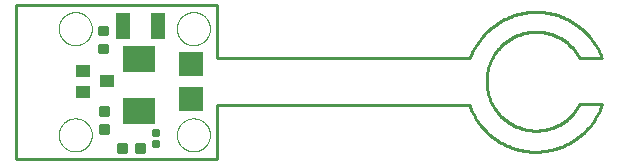
<source format=gtp>
G75*
%MOIN*%
%OFA0B0*%
%FSLAX25Y25*%
%IPPOS*%
%LPD*%
%AMOC8*
5,1,8,0,0,1.08239X$1,22.5*
%
%ADD10C,0.01000*%
%ADD11C,0.00000*%
%ADD12C,0.01250*%
%ADD13R,0.04500X0.09000*%
%ADD14R,0.10799X0.08500*%
%ADD15R,0.04500X0.04000*%
%ADD16C,0.00875*%
%ADD17R,0.07874X0.07874*%
D10*
X0024642Y0084477D02*
X0024642Y0135658D01*
X0091571Y0135658D01*
X0091571Y0117942D01*
X0175823Y0117942D01*
X0175823Y0102194D02*
X0091571Y0102194D01*
X0091571Y0084477D01*
X0024642Y0084477D01*
X0175744Y0102233D02*
X0175944Y0101697D01*
X0176157Y0101167D01*
X0176383Y0100642D01*
X0176622Y0100123D01*
X0176874Y0099610D01*
X0177138Y0099103D01*
X0177414Y0098603D01*
X0177703Y0098109D01*
X0178003Y0097623D01*
X0178315Y0097144D01*
X0178639Y0096673D01*
X0178974Y0096210D01*
X0179321Y0095756D01*
X0179678Y0095310D01*
X0180046Y0094872D01*
X0180425Y0094444D01*
X0180814Y0094026D01*
X0181213Y0093617D01*
X0181622Y0093217D01*
X0182041Y0092828D01*
X0182469Y0092450D01*
X0182906Y0092081D01*
X0183352Y0091724D01*
X0183807Y0091378D01*
X0184270Y0091042D01*
X0184741Y0090719D01*
X0185219Y0090406D01*
X0185705Y0090106D01*
X0186199Y0089817D01*
X0186699Y0089541D01*
X0187206Y0089277D01*
X0187719Y0089025D01*
X0188238Y0088786D01*
X0188763Y0088560D01*
X0189294Y0088347D01*
X0189829Y0088146D01*
X0190369Y0087959D01*
X0190913Y0087785D01*
X0191462Y0087624D01*
X0192014Y0087477D01*
X0192570Y0087343D01*
X0193128Y0087223D01*
X0193690Y0087117D01*
X0194254Y0087024D01*
X0194820Y0086945D01*
X0195388Y0086880D01*
X0195957Y0086829D01*
X0196527Y0086792D01*
X0197099Y0086769D01*
X0197670Y0086759D01*
X0198242Y0086764D01*
X0198813Y0086782D01*
X0199383Y0086815D01*
X0199953Y0086861D01*
X0200521Y0086921D01*
X0201088Y0086996D01*
X0201653Y0087084D01*
X0202215Y0087185D01*
X0202775Y0087301D01*
X0203332Y0087430D01*
X0203885Y0087572D01*
X0204435Y0087728D01*
X0204981Y0087898D01*
X0205523Y0088081D01*
X0206059Y0088276D01*
X0206591Y0088485D01*
X0207118Y0088707D01*
X0207639Y0088942D01*
X0208155Y0089189D01*
X0208664Y0089449D01*
X0209166Y0089721D01*
X0209662Y0090006D01*
X0210151Y0090302D01*
X0210632Y0090610D01*
X0211106Y0090930D01*
X0211572Y0091261D01*
X0212029Y0091604D01*
X0212478Y0091958D01*
X0212918Y0092322D01*
X0213349Y0092697D01*
X0213771Y0093083D01*
X0214184Y0093479D01*
X0214586Y0093884D01*
X0214979Y0094300D01*
X0215361Y0094725D01*
X0215733Y0095159D01*
X0216094Y0095602D01*
X0216444Y0096053D01*
X0216783Y0096514D01*
X0217111Y0096982D01*
X0217427Y0097458D01*
X0217732Y0097942D01*
X0218024Y0098433D01*
X0218305Y0098931D01*
X0218573Y0099435D01*
X0218829Y0099946D01*
X0219072Y0100464D01*
X0219303Y0100987D01*
X0219520Y0101515D01*
X0219725Y0102049D01*
X0219917Y0102587D01*
X0219839Y0102587D02*
X0212437Y0102548D01*
X0219917Y0117942D02*
X0219714Y0118477D01*
X0219497Y0119008D01*
X0219268Y0119532D01*
X0219026Y0120052D01*
X0218771Y0120565D01*
X0218504Y0121071D01*
X0218225Y0121571D01*
X0217933Y0122065D01*
X0217630Y0122550D01*
X0217315Y0123029D01*
X0216988Y0123499D01*
X0216650Y0123961D01*
X0216300Y0124415D01*
X0215940Y0124861D01*
X0215569Y0125297D01*
X0215187Y0125724D01*
X0214796Y0126142D01*
X0214394Y0126550D01*
X0213982Y0126948D01*
X0213560Y0127336D01*
X0213130Y0127714D01*
X0212690Y0128081D01*
X0212241Y0128437D01*
X0211784Y0128782D01*
X0211319Y0129116D01*
X0210845Y0129438D01*
X0210364Y0129749D01*
X0209875Y0130047D01*
X0209380Y0130334D01*
X0208877Y0130609D01*
X0208368Y0130871D01*
X0207852Y0131121D01*
X0207331Y0131358D01*
X0206804Y0131583D01*
X0206272Y0131794D01*
X0205734Y0131993D01*
X0205192Y0132178D01*
X0204646Y0132350D01*
X0204095Y0132509D01*
X0203541Y0132654D01*
X0202984Y0132785D01*
X0202423Y0132903D01*
X0201860Y0133007D01*
X0201295Y0133098D01*
X0200727Y0133175D01*
X0200158Y0133237D01*
X0199587Y0133286D01*
X0199015Y0133321D01*
X0198443Y0133342D01*
X0197870Y0133349D01*
X0197297Y0133342D01*
X0196725Y0133321D01*
X0196153Y0133286D01*
X0195582Y0133237D01*
X0195013Y0133175D01*
X0194445Y0133098D01*
X0193880Y0133007D01*
X0193317Y0132903D01*
X0192756Y0132785D01*
X0192199Y0132654D01*
X0191645Y0132509D01*
X0191094Y0132350D01*
X0190548Y0132178D01*
X0190006Y0131993D01*
X0189468Y0131794D01*
X0188936Y0131583D01*
X0188409Y0131358D01*
X0187888Y0131121D01*
X0187372Y0130871D01*
X0186863Y0130609D01*
X0186360Y0130334D01*
X0185865Y0130047D01*
X0185376Y0129749D01*
X0184895Y0129438D01*
X0184421Y0129116D01*
X0183956Y0128782D01*
X0183499Y0128437D01*
X0183050Y0128081D01*
X0182610Y0127714D01*
X0182180Y0127336D01*
X0181758Y0126948D01*
X0181346Y0126550D01*
X0180944Y0126142D01*
X0180553Y0125724D01*
X0180171Y0125297D01*
X0179800Y0124861D01*
X0179440Y0124415D01*
X0179090Y0123961D01*
X0178752Y0123499D01*
X0178425Y0123029D01*
X0178110Y0122550D01*
X0177807Y0122065D01*
X0177515Y0121571D01*
X0177236Y0121071D01*
X0176969Y0120565D01*
X0176714Y0120052D01*
X0176472Y0119532D01*
X0176243Y0119008D01*
X0176026Y0118477D01*
X0175823Y0117942D01*
X0212437Y0117942D02*
X0212244Y0118296D01*
X0212044Y0118646D01*
X0211834Y0118990D01*
X0211616Y0119330D01*
X0211390Y0119663D01*
X0211156Y0119992D01*
X0210914Y0120314D01*
X0210664Y0120630D01*
X0210406Y0120940D01*
X0210141Y0121244D01*
X0209869Y0121541D01*
X0209589Y0121832D01*
X0209303Y0122115D01*
X0209009Y0122391D01*
X0208709Y0122661D01*
X0208402Y0122922D01*
X0208089Y0123176D01*
X0207770Y0123423D01*
X0207445Y0123661D01*
X0207114Y0123891D01*
X0206778Y0124114D01*
X0206436Y0124328D01*
X0206089Y0124533D01*
X0205737Y0124730D01*
X0205381Y0124918D01*
X0205020Y0125098D01*
X0204655Y0125268D01*
X0204285Y0125430D01*
X0203912Y0125582D01*
X0203535Y0125726D01*
X0203155Y0125860D01*
X0202772Y0125985D01*
X0202385Y0126100D01*
X0201996Y0126206D01*
X0201605Y0126302D01*
X0201211Y0126388D01*
X0200815Y0126465D01*
X0200418Y0126533D01*
X0200019Y0126590D01*
X0199618Y0126638D01*
X0199217Y0126676D01*
X0198815Y0126704D01*
X0198412Y0126722D01*
X0198009Y0126730D01*
X0197606Y0126729D01*
X0197203Y0126717D01*
X0196800Y0126696D01*
X0196398Y0126665D01*
X0195997Y0126624D01*
X0195597Y0126573D01*
X0195199Y0126513D01*
X0194802Y0126443D01*
X0194407Y0126363D01*
X0194014Y0126273D01*
X0193623Y0126174D01*
X0193235Y0126065D01*
X0192849Y0125947D01*
X0192467Y0125819D01*
X0192088Y0125682D01*
X0191712Y0125536D01*
X0191340Y0125381D01*
X0190972Y0125216D01*
X0190608Y0125043D01*
X0190248Y0124861D01*
X0189893Y0124670D01*
X0189543Y0124470D01*
X0189198Y0124262D01*
X0188858Y0124046D01*
X0188523Y0123821D01*
X0188194Y0123588D01*
X0187871Y0123347D01*
X0187553Y0123098D01*
X0187242Y0122842D01*
X0186937Y0122578D01*
X0186639Y0122307D01*
X0186348Y0122028D01*
X0186063Y0121742D01*
X0185786Y0121450D01*
X0185516Y0121151D01*
X0185253Y0120845D01*
X0184998Y0120533D01*
X0184750Y0120215D01*
X0184510Y0119891D01*
X0184279Y0119561D01*
X0184055Y0119225D01*
X0183840Y0118884D01*
X0183633Y0118538D01*
X0183435Y0118187D01*
X0183245Y0117831D01*
X0183065Y0117471D01*
X0182893Y0117106D01*
X0182730Y0116738D01*
X0182576Y0116365D01*
X0182431Y0115989D01*
X0182295Y0115609D01*
X0182169Y0115226D01*
X0182052Y0114840D01*
X0181945Y0114452D01*
X0181847Y0114061D01*
X0181759Y0113667D01*
X0181681Y0113272D01*
X0181612Y0112874D01*
X0181553Y0112476D01*
X0181504Y0112076D01*
X0181464Y0111674D01*
X0181435Y0111272D01*
X0181415Y0110870D01*
X0181405Y0110467D01*
X0181405Y0110063D01*
X0181415Y0109660D01*
X0181435Y0109258D01*
X0181464Y0108856D01*
X0181504Y0108454D01*
X0181553Y0108054D01*
X0181612Y0107656D01*
X0181681Y0107258D01*
X0181759Y0106863D01*
X0181847Y0106469D01*
X0181945Y0106078D01*
X0182052Y0105690D01*
X0182169Y0105304D01*
X0182295Y0104921D01*
X0182431Y0104541D01*
X0182576Y0104165D01*
X0182730Y0103792D01*
X0182893Y0103424D01*
X0183065Y0103059D01*
X0183245Y0102699D01*
X0183435Y0102343D01*
X0183633Y0101992D01*
X0183840Y0101646D01*
X0184055Y0101305D01*
X0184279Y0100969D01*
X0184510Y0100639D01*
X0184750Y0100315D01*
X0184998Y0099997D01*
X0185253Y0099685D01*
X0185516Y0099379D01*
X0185786Y0099080D01*
X0186063Y0098788D01*
X0186348Y0098502D01*
X0186639Y0098223D01*
X0186937Y0097952D01*
X0187242Y0097688D01*
X0187553Y0097432D01*
X0187871Y0097183D01*
X0188194Y0096942D01*
X0188523Y0096709D01*
X0188858Y0096484D01*
X0189198Y0096268D01*
X0189543Y0096060D01*
X0189893Y0095860D01*
X0190248Y0095669D01*
X0190608Y0095487D01*
X0190972Y0095314D01*
X0191340Y0095149D01*
X0191712Y0094994D01*
X0192088Y0094848D01*
X0192467Y0094711D01*
X0192849Y0094583D01*
X0193235Y0094465D01*
X0193623Y0094356D01*
X0194014Y0094257D01*
X0194407Y0094167D01*
X0194802Y0094087D01*
X0195199Y0094017D01*
X0195597Y0093957D01*
X0195997Y0093906D01*
X0196398Y0093865D01*
X0196800Y0093834D01*
X0197203Y0093813D01*
X0197606Y0093801D01*
X0198009Y0093800D01*
X0198412Y0093808D01*
X0198815Y0093826D01*
X0199217Y0093854D01*
X0199618Y0093892D01*
X0200019Y0093940D01*
X0200418Y0093997D01*
X0200815Y0094065D01*
X0201211Y0094142D01*
X0201605Y0094228D01*
X0201996Y0094324D01*
X0202385Y0094430D01*
X0202772Y0094545D01*
X0203155Y0094670D01*
X0203535Y0094804D01*
X0203912Y0094948D01*
X0204285Y0095100D01*
X0204655Y0095262D01*
X0205020Y0095432D01*
X0205381Y0095612D01*
X0205737Y0095800D01*
X0206089Y0095997D01*
X0206436Y0096202D01*
X0206778Y0096416D01*
X0207114Y0096639D01*
X0207445Y0096869D01*
X0207770Y0097107D01*
X0208089Y0097354D01*
X0208402Y0097608D01*
X0208709Y0097869D01*
X0209009Y0098139D01*
X0209303Y0098415D01*
X0209589Y0098698D01*
X0209869Y0098989D01*
X0210141Y0099286D01*
X0210406Y0099590D01*
X0210664Y0099900D01*
X0210914Y0100216D01*
X0211156Y0100538D01*
X0211390Y0100867D01*
X0211616Y0101200D01*
X0211834Y0101540D01*
X0212044Y0101884D01*
X0212244Y0102234D01*
X0212437Y0102588D01*
X0212437Y0117942D02*
X0219917Y0117942D01*
D11*
X0078185Y0127784D02*
X0078187Y0127932D01*
X0078193Y0128080D01*
X0078203Y0128228D01*
X0078217Y0128375D01*
X0078235Y0128522D01*
X0078256Y0128668D01*
X0078282Y0128814D01*
X0078312Y0128959D01*
X0078345Y0129103D01*
X0078383Y0129246D01*
X0078424Y0129388D01*
X0078469Y0129529D01*
X0078517Y0129669D01*
X0078570Y0129808D01*
X0078626Y0129945D01*
X0078686Y0130080D01*
X0078749Y0130214D01*
X0078816Y0130346D01*
X0078887Y0130476D01*
X0078961Y0130604D01*
X0079038Y0130730D01*
X0079119Y0130854D01*
X0079203Y0130976D01*
X0079290Y0131095D01*
X0079381Y0131212D01*
X0079475Y0131327D01*
X0079571Y0131439D01*
X0079671Y0131549D01*
X0079773Y0131655D01*
X0079879Y0131759D01*
X0079987Y0131860D01*
X0080098Y0131958D01*
X0080211Y0132054D01*
X0080327Y0132146D01*
X0080445Y0132235D01*
X0080566Y0132320D01*
X0080689Y0132403D01*
X0080814Y0132482D01*
X0080941Y0132558D01*
X0081070Y0132630D01*
X0081201Y0132699D01*
X0081334Y0132764D01*
X0081469Y0132825D01*
X0081605Y0132883D01*
X0081742Y0132938D01*
X0081881Y0132988D01*
X0082022Y0133035D01*
X0082163Y0133078D01*
X0082306Y0133118D01*
X0082450Y0133153D01*
X0082594Y0133185D01*
X0082740Y0133212D01*
X0082886Y0133236D01*
X0083033Y0133256D01*
X0083180Y0133272D01*
X0083327Y0133284D01*
X0083475Y0133292D01*
X0083623Y0133296D01*
X0083771Y0133296D01*
X0083919Y0133292D01*
X0084067Y0133284D01*
X0084214Y0133272D01*
X0084361Y0133256D01*
X0084508Y0133236D01*
X0084654Y0133212D01*
X0084800Y0133185D01*
X0084944Y0133153D01*
X0085088Y0133118D01*
X0085231Y0133078D01*
X0085372Y0133035D01*
X0085513Y0132988D01*
X0085652Y0132938D01*
X0085789Y0132883D01*
X0085925Y0132825D01*
X0086060Y0132764D01*
X0086193Y0132699D01*
X0086324Y0132630D01*
X0086453Y0132558D01*
X0086580Y0132482D01*
X0086705Y0132403D01*
X0086828Y0132320D01*
X0086949Y0132235D01*
X0087067Y0132146D01*
X0087183Y0132054D01*
X0087296Y0131958D01*
X0087407Y0131860D01*
X0087515Y0131759D01*
X0087621Y0131655D01*
X0087723Y0131549D01*
X0087823Y0131439D01*
X0087919Y0131327D01*
X0088013Y0131212D01*
X0088104Y0131095D01*
X0088191Y0130976D01*
X0088275Y0130854D01*
X0088356Y0130730D01*
X0088433Y0130604D01*
X0088507Y0130476D01*
X0088578Y0130346D01*
X0088645Y0130214D01*
X0088708Y0130080D01*
X0088768Y0129945D01*
X0088824Y0129808D01*
X0088877Y0129669D01*
X0088925Y0129529D01*
X0088970Y0129388D01*
X0089011Y0129246D01*
X0089049Y0129103D01*
X0089082Y0128959D01*
X0089112Y0128814D01*
X0089138Y0128668D01*
X0089159Y0128522D01*
X0089177Y0128375D01*
X0089191Y0128228D01*
X0089201Y0128080D01*
X0089207Y0127932D01*
X0089209Y0127784D01*
X0089207Y0127636D01*
X0089201Y0127488D01*
X0089191Y0127340D01*
X0089177Y0127193D01*
X0089159Y0127046D01*
X0089138Y0126900D01*
X0089112Y0126754D01*
X0089082Y0126609D01*
X0089049Y0126465D01*
X0089011Y0126322D01*
X0088970Y0126180D01*
X0088925Y0126039D01*
X0088877Y0125899D01*
X0088824Y0125760D01*
X0088768Y0125623D01*
X0088708Y0125488D01*
X0088645Y0125354D01*
X0088578Y0125222D01*
X0088507Y0125092D01*
X0088433Y0124964D01*
X0088356Y0124838D01*
X0088275Y0124714D01*
X0088191Y0124592D01*
X0088104Y0124473D01*
X0088013Y0124356D01*
X0087919Y0124241D01*
X0087823Y0124129D01*
X0087723Y0124019D01*
X0087621Y0123913D01*
X0087515Y0123809D01*
X0087407Y0123708D01*
X0087296Y0123610D01*
X0087183Y0123514D01*
X0087067Y0123422D01*
X0086949Y0123333D01*
X0086828Y0123248D01*
X0086705Y0123165D01*
X0086580Y0123086D01*
X0086453Y0123010D01*
X0086324Y0122938D01*
X0086193Y0122869D01*
X0086060Y0122804D01*
X0085925Y0122743D01*
X0085789Y0122685D01*
X0085652Y0122630D01*
X0085513Y0122580D01*
X0085372Y0122533D01*
X0085231Y0122490D01*
X0085088Y0122450D01*
X0084944Y0122415D01*
X0084800Y0122383D01*
X0084654Y0122356D01*
X0084508Y0122332D01*
X0084361Y0122312D01*
X0084214Y0122296D01*
X0084067Y0122284D01*
X0083919Y0122276D01*
X0083771Y0122272D01*
X0083623Y0122272D01*
X0083475Y0122276D01*
X0083327Y0122284D01*
X0083180Y0122296D01*
X0083033Y0122312D01*
X0082886Y0122332D01*
X0082740Y0122356D01*
X0082594Y0122383D01*
X0082450Y0122415D01*
X0082306Y0122450D01*
X0082163Y0122490D01*
X0082022Y0122533D01*
X0081881Y0122580D01*
X0081742Y0122630D01*
X0081605Y0122685D01*
X0081469Y0122743D01*
X0081334Y0122804D01*
X0081201Y0122869D01*
X0081070Y0122938D01*
X0080941Y0123010D01*
X0080814Y0123086D01*
X0080689Y0123165D01*
X0080566Y0123248D01*
X0080445Y0123333D01*
X0080327Y0123422D01*
X0080211Y0123514D01*
X0080098Y0123610D01*
X0079987Y0123708D01*
X0079879Y0123809D01*
X0079773Y0123913D01*
X0079671Y0124019D01*
X0079571Y0124129D01*
X0079475Y0124241D01*
X0079381Y0124356D01*
X0079290Y0124473D01*
X0079203Y0124592D01*
X0079119Y0124714D01*
X0079038Y0124838D01*
X0078961Y0124964D01*
X0078887Y0125092D01*
X0078816Y0125222D01*
X0078749Y0125354D01*
X0078686Y0125488D01*
X0078626Y0125623D01*
X0078570Y0125760D01*
X0078517Y0125899D01*
X0078469Y0126039D01*
X0078424Y0126180D01*
X0078383Y0126322D01*
X0078345Y0126465D01*
X0078312Y0126609D01*
X0078282Y0126754D01*
X0078256Y0126900D01*
X0078235Y0127046D01*
X0078217Y0127193D01*
X0078203Y0127340D01*
X0078193Y0127488D01*
X0078187Y0127636D01*
X0078185Y0127784D01*
X0038815Y0127784D02*
X0038817Y0127932D01*
X0038823Y0128080D01*
X0038833Y0128228D01*
X0038847Y0128375D01*
X0038865Y0128522D01*
X0038886Y0128668D01*
X0038912Y0128814D01*
X0038942Y0128959D01*
X0038975Y0129103D01*
X0039013Y0129246D01*
X0039054Y0129388D01*
X0039099Y0129529D01*
X0039147Y0129669D01*
X0039200Y0129808D01*
X0039256Y0129945D01*
X0039316Y0130080D01*
X0039379Y0130214D01*
X0039446Y0130346D01*
X0039517Y0130476D01*
X0039591Y0130604D01*
X0039668Y0130730D01*
X0039749Y0130854D01*
X0039833Y0130976D01*
X0039920Y0131095D01*
X0040011Y0131212D01*
X0040105Y0131327D01*
X0040201Y0131439D01*
X0040301Y0131549D01*
X0040403Y0131655D01*
X0040509Y0131759D01*
X0040617Y0131860D01*
X0040728Y0131958D01*
X0040841Y0132054D01*
X0040957Y0132146D01*
X0041075Y0132235D01*
X0041196Y0132320D01*
X0041319Y0132403D01*
X0041444Y0132482D01*
X0041571Y0132558D01*
X0041700Y0132630D01*
X0041831Y0132699D01*
X0041964Y0132764D01*
X0042099Y0132825D01*
X0042235Y0132883D01*
X0042372Y0132938D01*
X0042511Y0132988D01*
X0042652Y0133035D01*
X0042793Y0133078D01*
X0042936Y0133118D01*
X0043080Y0133153D01*
X0043224Y0133185D01*
X0043370Y0133212D01*
X0043516Y0133236D01*
X0043663Y0133256D01*
X0043810Y0133272D01*
X0043957Y0133284D01*
X0044105Y0133292D01*
X0044253Y0133296D01*
X0044401Y0133296D01*
X0044549Y0133292D01*
X0044697Y0133284D01*
X0044844Y0133272D01*
X0044991Y0133256D01*
X0045138Y0133236D01*
X0045284Y0133212D01*
X0045430Y0133185D01*
X0045574Y0133153D01*
X0045718Y0133118D01*
X0045861Y0133078D01*
X0046002Y0133035D01*
X0046143Y0132988D01*
X0046282Y0132938D01*
X0046419Y0132883D01*
X0046555Y0132825D01*
X0046690Y0132764D01*
X0046823Y0132699D01*
X0046954Y0132630D01*
X0047083Y0132558D01*
X0047210Y0132482D01*
X0047335Y0132403D01*
X0047458Y0132320D01*
X0047579Y0132235D01*
X0047697Y0132146D01*
X0047813Y0132054D01*
X0047926Y0131958D01*
X0048037Y0131860D01*
X0048145Y0131759D01*
X0048251Y0131655D01*
X0048353Y0131549D01*
X0048453Y0131439D01*
X0048549Y0131327D01*
X0048643Y0131212D01*
X0048734Y0131095D01*
X0048821Y0130976D01*
X0048905Y0130854D01*
X0048986Y0130730D01*
X0049063Y0130604D01*
X0049137Y0130476D01*
X0049208Y0130346D01*
X0049275Y0130214D01*
X0049338Y0130080D01*
X0049398Y0129945D01*
X0049454Y0129808D01*
X0049507Y0129669D01*
X0049555Y0129529D01*
X0049600Y0129388D01*
X0049641Y0129246D01*
X0049679Y0129103D01*
X0049712Y0128959D01*
X0049742Y0128814D01*
X0049768Y0128668D01*
X0049789Y0128522D01*
X0049807Y0128375D01*
X0049821Y0128228D01*
X0049831Y0128080D01*
X0049837Y0127932D01*
X0049839Y0127784D01*
X0049837Y0127636D01*
X0049831Y0127488D01*
X0049821Y0127340D01*
X0049807Y0127193D01*
X0049789Y0127046D01*
X0049768Y0126900D01*
X0049742Y0126754D01*
X0049712Y0126609D01*
X0049679Y0126465D01*
X0049641Y0126322D01*
X0049600Y0126180D01*
X0049555Y0126039D01*
X0049507Y0125899D01*
X0049454Y0125760D01*
X0049398Y0125623D01*
X0049338Y0125488D01*
X0049275Y0125354D01*
X0049208Y0125222D01*
X0049137Y0125092D01*
X0049063Y0124964D01*
X0048986Y0124838D01*
X0048905Y0124714D01*
X0048821Y0124592D01*
X0048734Y0124473D01*
X0048643Y0124356D01*
X0048549Y0124241D01*
X0048453Y0124129D01*
X0048353Y0124019D01*
X0048251Y0123913D01*
X0048145Y0123809D01*
X0048037Y0123708D01*
X0047926Y0123610D01*
X0047813Y0123514D01*
X0047697Y0123422D01*
X0047579Y0123333D01*
X0047458Y0123248D01*
X0047335Y0123165D01*
X0047210Y0123086D01*
X0047083Y0123010D01*
X0046954Y0122938D01*
X0046823Y0122869D01*
X0046690Y0122804D01*
X0046555Y0122743D01*
X0046419Y0122685D01*
X0046282Y0122630D01*
X0046143Y0122580D01*
X0046002Y0122533D01*
X0045861Y0122490D01*
X0045718Y0122450D01*
X0045574Y0122415D01*
X0045430Y0122383D01*
X0045284Y0122356D01*
X0045138Y0122332D01*
X0044991Y0122312D01*
X0044844Y0122296D01*
X0044697Y0122284D01*
X0044549Y0122276D01*
X0044401Y0122272D01*
X0044253Y0122272D01*
X0044105Y0122276D01*
X0043957Y0122284D01*
X0043810Y0122296D01*
X0043663Y0122312D01*
X0043516Y0122332D01*
X0043370Y0122356D01*
X0043224Y0122383D01*
X0043080Y0122415D01*
X0042936Y0122450D01*
X0042793Y0122490D01*
X0042652Y0122533D01*
X0042511Y0122580D01*
X0042372Y0122630D01*
X0042235Y0122685D01*
X0042099Y0122743D01*
X0041964Y0122804D01*
X0041831Y0122869D01*
X0041700Y0122938D01*
X0041571Y0123010D01*
X0041444Y0123086D01*
X0041319Y0123165D01*
X0041196Y0123248D01*
X0041075Y0123333D01*
X0040957Y0123422D01*
X0040841Y0123514D01*
X0040728Y0123610D01*
X0040617Y0123708D01*
X0040509Y0123809D01*
X0040403Y0123913D01*
X0040301Y0124019D01*
X0040201Y0124129D01*
X0040105Y0124241D01*
X0040011Y0124356D01*
X0039920Y0124473D01*
X0039833Y0124592D01*
X0039749Y0124714D01*
X0039668Y0124838D01*
X0039591Y0124964D01*
X0039517Y0125092D01*
X0039446Y0125222D01*
X0039379Y0125354D01*
X0039316Y0125488D01*
X0039256Y0125623D01*
X0039200Y0125760D01*
X0039147Y0125899D01*
X0039099Y0126039D01*
X0039054Y0126180D01*
X0039013Y0126322D01*
X0038975Y0126465D01*
X0038942Y0126609D01*
X0038912Y0126754D01*
X0038886Y0126900D01*
X0038865Y0127046D01*
X0038847Y0127193D01*
X0038833Y0127340D01*
X0038823Y0127488D01*
X0038817Y0127636D01*
X0038815Y0127784D01*
X0038815Y0092351D02*
X0038817Y0092499D01*
X0038823Y0092647D01*
X0038833Y0092795D01*
X0038847Y0092942D01*
X0038865Y0093089D01*
X0038886Y0093235D01*
X0038912Y0093381D01*
X0038942Y0093526D01*
X0038975Y0093670D01*
X0039013Y0093813D01*
X0039054Y0093955D01*
X0039099Y0094096D01*
X0039147Y0094236D01*
X0039200Y0094375D01*
X0039256Y0094512D01*
X0039316Y0094647D01*
X0039379Y0094781D01*
X0039446Y0094913D01*
X0039517Y0095043D01*
X0039591Y0095171D01*
X0039668Y0095297D01*
X0039749Y0095421D01*
X0039833Y0095543D01*
X0039920Y0095662D01*
X0040011Y0095779D01*
X0040105Y0095894D01*
X0040201Y0096006D01*
X0040301Y0096116D01*
X0040403Y0096222D01*
X0040509Y0096326D01*
X0040617Y0096427D01*
X0040728Y0096525D01*
X0040841Y0096621D01*
X0040957Y0096713D01*
X0041075Y0096802D01*
X0041196Y0096887D01*
X0041319Y0096970D01*
X0041444Y0097049D01*
X0041571Y0097125D01*
X0041700Y0097197D01*
X0041831Y0097266D01*
X0041964Y0097331D01*
X0042099Y0097392D01*
X0042235Y0097450D01*
X0042372Y0097505D01*
X0042511Y0097555D01*
X0042652Y0097602D01*
X0042793Y0097645D01*
X0042936Y0097685D01*
X0043080Y0097720D01*
X0043224Y0097752D01*
X0043370Y0097779D01*
X0043516Y0097803D01*
X0043663Y0097823D01*
X0043810Y0097839D01*
X0043957Y0097851D01*
X0044105Y0097859D01*
X0044253Y0097863D01*
X0044401Y0097863D01*
X0044549Y0097859D01*
X0044697Y0097851D01*
X0044844Y0097839D01*
X0044991Y0097823D01*
X0045138Y0097803D01*
X0045284Y0097779D01*
X0045430Y0097752D01*
X0045574Y0097720D01*
X0045718Y0097685D01*
X0045861Y0097645D01*
X0046002Y0097602D01*
X0046143Y0097555D01*
X0046282Y0097505D01*
X0046419Y0097450D01*
X0046555Y0097392D01*
X0046690Y0097331D01*
X0046823Y0097266D01*
X0046954Y0097197D01*
X0047083Y0097125D01*
X0047210Y0097049D01*
X0047335Y0096970D01*
X0047458Y0096887D01*
X0047579Y0096802D01*
X0047697Y0096713D01*
X0047813Y0096621D01*
X0047926Y0096525D01*
X0048037Y0096427D01*
X0048145Y0096326D01*
X0048251Y0096222D01*
X0048353Y0096116D01*
X0048453Y0096006D01*
X0048549Y0095894D01*
X0048643Y0095779D01*
X0048734Y0095662D01*
X0048821Y0095543D01*
X0048905Y0095421D01*
X0048986Y0095297D01*
X0049063Y0095171D01*
X0049137Y0095043D01*
X0049208Y0094913D01*
X0049275Y0094781D01*
X0049338Y0094647D01*
X0049398Y0094512D01*
X0049454Y0094375D01*
X0049507Y0094236D01*
X0049555Y0094096D01*
X0049600Y0093955D01*
X0049641Y0093813D01*
X0049679Y0093670D01*
X0049712Y0093526D01*
X0049742Y0093381D01*
X0049768Y0093235D01*
X0049789Y0093089D01*
X0049807Y0092942D01*
X0049821Y0092795D01*
X0049831Y0092647D01*
X0049837Y0092499D01*
X0049839Y0092351D01*
X0049837Y0092203D01*
X0049831Y0092055D01*
X0049821Y0091907D01*
X0049807Y0091760D01*
X0049789Y0091613D01*
X0049768Y0091467D01*
X0049742Y0091321D01*
X0049712Y0091176D01*
X0049679Y0091032D01*
X0049641Y0090889D01*
X0049600Y0090747D01*
X0049555Y0090606D01*
X0049507Y0090466D01*
X0049454Y0090327D01*
X0049398Y0090190D01*
X0049338Y0090055D01*
X0049275Y0089921D01*
X0049208Y0089789D01*
X0049137Y0089659D01*
X0049063Y0089531D01*
X0048986Y0089405D01*
X0048905Y0089281D01*
X0048821Y0089159D01*
X0048734Y0089040D01*
X0048643Y0088923D01*
X0048549Y0088808D01*
X0048453Y0088696D01*
X0048353Y0088586D01*
X0048251Y0088480D01*
X0048145Y0088376D01*
X0048037Y0088275D01*
X0047926Y0088177D01*
X0047813Y0088081D01*
X0047697Y0087989D01*
X0047579Y0087900D01*
X0047458Y0087815D01*
X0047335Y0087732D01*
X0047210Y0087653D01*
X0047083Y0087577D01*
X0046954Y0087505D01*
X0046823Y0087436D01*
X0046690Y0087371D01*
X0046555Y0087310D01*
X0046419Y0087252D01*
X0046282Y0087197D01*
X0046143Y0087147D01*
X0046002Y0087100D01*
X0045861Y0087057D01*
X0045718Y0087017D01*
X0045574Y0086982D01*
X0045430Y0086950D01*
X0045284Y0086923D01*
X0045138Y0086899D01*
X0044991Y0086879D01*
X0044844Y0086863D01*
X0044697Y0086851D01*
X0044549Y0086843D01*
X0044401Y0086839D01*
X0044253Y0086839D01*
X0044105Y0086843D01*
X0043957Y0086851D01*
X0043810Y0086863D01*
X0043663Y0086879D01*
X0043516Y0086899D01*
X0043370Y0086923D01*
X0043224Y0086950D01*
X0043080Y0086982D01*
X0042936Y0087017D01*
X0042793Y0087057D01*
X0042652Y0087100D01*
X0042511Y0087147D01*
X0042372Y0087197D01*
X0042235Y0087252D01*
X0042099Y0087310D01*
X0041964Y0087371D01*
X0041831Y0087436D01*
X0041700Y0087505D01*
X0041571Y0087577D01*
X0041444Y0087653D01*
X0041319Y0087732D01*
X0041196Y0087815D01*
X0041075Y0087900D01*
X0040957Y0087989D01*
X0040841Y0088081D01*
X0040728Y0088177D01*
X0040617Y0088275D01*
X0040509Y0088376D01*
X0040403Y0088480D01*
X0040301Y0088586D01*
X0040201Y0088696D01*
X0040105Y0088808D01*
X0040011Y0088923D01*
X0039920Y0089040D01*
X0039833Y0089159D01*
X0039749Y0089281D01*
X0039668Y0089405D01*
X0039591Y0089531D01*
X0039517Y0089659D01*
X0039446Y0089789D01*
X0039379Y0089921D01*
X0039316Y0090055D01*
X0039256Y0090190D01*
X0039200Y0090327D01*
X0039147Y0090466D01*
X0039099Y0090606D01*
X0039054Y0090747D01*
X0039013Y0090889D01*
X0038975Y0091032D01*
X0038942Y0091176D01*
X0038912Y0091321D01*
X0038886Y0091467D01*
X0038865Y0091613D01*
X0038847Y0091760D01*
X0038833Y0091907D01*
X0038823Y0092055D01*
X0038817Y0092203D01*
X0038815Y0092351D01*
X0078185Y0092351D02*
X0078187Y0092499D01*
X0078193Y0092647D01*
X0078203Y0092795D01*
X0078217Y0092942D01*
X0078235Y0093089D01*
X0078256Y0093235D01*
X0078282Y0093381D01*
X0078312Y0093526D01*
X0078345Y0093670D01*
X0078383Y0093813D01*
X0078424Y0093955D01*
X0078469Y0094096D01*
X0078517Y0094236D01*
X0078570Y0094375D01*
X0078626Y0094512D01*
X0078686Y0094647D01*
X0078749Y0094781D01*
X0078816Y0094913D01*
X0078887Y0095043D01*
X0078961Y0095171D01*
X0079038Y0095297D01*
X0079119Y0095421D01*
X0079203Y0095543D01*
X0079290Y0095662D01*
X0079381Y0095779D01*
X0079475Y0095894D01*
X0079571Y0096006D01*
X0079671Y0096116D01*
X0079773Y0096222D01*
X0079879Y0096326D01*
X0079987Y0096427D01*
X0080098Y0096525D01*
X0080211Y0096621D01*
X0080327Y0096713D01*
X0080445Y0096802D01*
X0080566Y0096887D01*
X0080689Y0096970D01*
X0080814Y0097049D01*
X0080941Y0097125D01*
X0081070Y0097197D01*
X0081201Y0097266D01*
X0081334Y0097331D01*
X0081469Y0097392D01*
X0081605Y0097450D01*
X0081742Y0097505D01*
X0081881Y0097555D01*
X0082022Y0097602D01*
X0082163Y0097645D01*
X0082306Y0097685D01*
X0082450Y0097720D01*
X0082594Y0097752D01*
X0082740Y0097779D01*
X0082886Y0097803D01*
X0083033Y0097823D01*
X0083180Y0097839D01*
X0083327Y0097851D01*
X0083475Y0097859D01*
X0083623Y0097863D01*
X0083771Y0097863D01*
X0083919Y0097859D01*
X0084067Y0097851D01*
X0084214Y0097839D01*
X0084361Y0097823D01*
X0084508Y0097803D01*
X0084654Y0097779D01*
X0084800Y0097752D01*
X0084944Y0097720D01*
X0085088Y0097685D01*
X0085231Y0097645D01*
X0085372Y0097602D01*
X0085513Y0097555D01*
X0085652Y0097505D01*
X0085789Y0097450D01*
X0085925Y0097392D01*
X0086060Y0097331D01*
X0086193Y0097266D01*
X0086324Y0097197D01*
X0086453Y0097125D01*
X0086580Y0097049D01*
X0086705Y0096970D01*
X0086828Y0096887D01*
X0086949Y0096802D01*
X0087067Y0096713D01*
X0087183Y0096621D01*
X0087296Y0096525D01*
X0087407Y0096427D01*
X0087515Y0096326D01*
X0087621Y0096222D01*
X0087723Y0096116D01*
X0087823Y0096006D01*
X0087919Y0095894D01*
X0088013Y0095779D01*
X0088104Y0095662D01*
X0088191Y0095543D01*
X0088275Y0095421D01*
X0088356Y0095297D01*
X0088433Y0095171D01*
X0088507Y0095043D01*
X0088578Y0094913D01*
X0088645Y0094781D01*
X0088708Y0094647D01*
X0088768Y0094512D01*
X0088824Y0094375D01*
X0088877Y0094236D01*
X0088925Y0094096D01*
X0088970Y0093955D01*
X0089011Y0093813D01*
X0089049Y0093670D01*
X0089082Y0093526D01*
X0089112Y0093381D01*
X0089138Y0093235D01*
X0089159Y0093089D01*
X0089177Y0092942D01*
X0089191Y0092795D01*
X0089201Y0092647D01*
X0089207Y0092499D01*
X0089209Y0092351D01*
X0089207Y0092203D01*
X0089201Y0092055D01*
X0089191Y0091907D01*
X0089177Y0091760D01*
X0089159Y0091613D01*
X0089138Y0091467D01*
X0089112Y0091321D01*
X0089082Y0091176D01*
X0089049Y0091032D01*
X0089011Y0090889D01*
X0088970Y0090747D01*
X0088925Y0090606D01*
X0088877Y0090466D01*
X0088824Y0090327D01*
X0088768Y0090190D01*
X0088708Y0090055D01*
X0088645Y0089921D01*
X0088578Y0089789D01*
X0088507Y0089659D01*
X0088433Y0089531D01*
X0088356Y0089405D01*
X0088275Y0089281D01*
X0088191Y0089159D01*
X0088104Y0089040D01*
X0088013Y0088923D01*
X0087919Y0088808D01*
X0087823Y0088696D01*
X0087723Y0088586D01*
X0087621Y0088480D01*
X0087515Y0088376D01*
X0087407Y0088275D01*
X0087296Y0088177D01*
X0087183Y0088081D01*
X0087067Y0087989D01*
X0086949Y0087900D01*
X0086828Y0087815D01*
X0086705Y0087732D01*
X0086580Y0087653D01*
X0086453Y0087577D01*
X0086324Y0087505D01*
X0086193Y0087436D01*
X0086060Y0087371D01*
X0085925Y0087310D01*
X0085789Y0087252D01*
X0085652Y0087197D01*
X0085513Y0087147D01*
X0085372Y0087100D01*
X0085231Y0087057D01*
X0085088Y0087017D01*
X0084944Y0086982D01*
X0084800Y0086950D01*
X0084654Y0086923D01*
X0084508Y0086899D01*
X0084361Y0086879D01*
X0084214Y0086863D01*
X0084067Y0086851D01*
X0083919Y0086843D01*
X0083771Y0086839D01*
X0083623Y0086839D01*
X0083475Y0086843D01*
X0083327Y0086851D01*
X0083180Y0086863D01*
X0083033Y0086879D01*
X0082886Y0086899D01*
X0082740Y0086923D01*
X0082594Y0086950D01*
X0082450Y0086982D01*
X0082306Y0087017D01*
X0082163Y0087057D01*
X0082022Y0087100D01*
X0081881Y0087147D01*
X0081742Y0087197D01*
X0081605Y0087252D01*
X0081469Y0087310D01*
X0081334Y0087371D01*
X0081201Y0087436D01*
X0081070Y0087505D01*
X0080941Y0087577D01*
X0080814Y0087653D01*
X0080689Y0087732D01*
X0080566Y0087815D01*
X0080445Y0087900D01*
X0080327Y0087989D01*
X0080211Y0088081D01*
X0080098Y0088177D01*
X0079987Y0088275D01*
X0079879Y0088376D01*
X0079773Y0088480D01*
X0079671Y0088586D01*
X0079571Y0088696D01*
X0079475Y0088808D01*
X0079381Y0088923D01*
X0079290Y0089040D01*
X0079203Y0089159D01*
X0079119Y0089281D01*
X0079038Y0089405D01*
X0078961Y0089531D01*
X0078887Y0089659D01*
X0078816Y0089789D01*
X0078749Y0089921D01*
X0078686Y0090055D01*
X0078626Y0090190D01*
X0078570Y0090327D01*
X0078517Y0090466D01*
X0078469Y0090606D01*
X0078424Y0090747D01*
X0078383Y0090889D01*
X0078345Y0091032D01*
X0078312Y0091176D01*
X0078282Y0091321D01*
X0078256Y0091467D01*
X0078235Y0091613D01*
X0078217Y0091760D01*
X0078203Y0091907D01*
X0078193Y0092055D01*
X0078187Y0092203D01*
X0078185Y0092351D01*
D12*
X0070483Y0092305D02*
X0070483Y0093555D01*
X0071733Y0093555D01*
X0071733Y0092305D01*
X0070483Y0092305D01*
X0070483Y0093554D02*
X0071733Y0093554D01*
X0070483Y0090055D02*
X0070483Y0088805D01*
X0070483Y0090055D02*
X0071733Y0090055D01*
X0071733Y0088805D01*
X0070483Y0088805D01*
X0070483Y0090054D02*
X0071733Y0090054D01*
D13*
X0071829Y0128591D03*
X0060329Y0128591D03*
D14*
X0065469Y0117696D03*
X0065469Y0100294D03*
D15*
X0054892Y0110304D03*
X0046892Y0113804D03*
X0046892Y0106804D03*
D16*
X0055098Y0101792D02*
X0055098Y0099166D01*
X0052472Y0099166D01*
X0052472Y0101792D01*
X0055098Y0101792D01*
X0055098Y0100040D02*
X0052472Y0100040D01*
X0052472Y0100914D02*
X0055098Y0100914D01*
X0055098Y0101788D02*
X0052472Y0101788D01*
X0055098Y0095792D02*
X0055098Y0093166D01*
X0052472Y0093166D01*
X0052472Y0095792D01*
X0055098Y0095792D01*
X0055098Y0094040D02*
X0052472Y0094040D01*
X0052472Y0094914D02*
X0055098Y0094914D01*
X0055098Y0095788D02*
X0052472Y0095788D01*
X0058596Y0086826D02*
X0061222Y0086826D01*
X0058596Y0086826D02*
X0058596Y0089452D01*
X0061222Y0089452D01*
X0061222Y0086826D01*
X0061222Y0087700D02*
X0058596Y0087700D01*
X0058596Y0088574D02*
X0061222Y0088574D01*
X0061222Y0089448D02*
X0058596Y0089448D01*
X0064596Y0086826D02*
X0067222Y0086826D01*
X0064596Y0086826D02*
X0064596Y0089452D01*
X0067222Y0089452D01*
X0067222Y0086826D01*
X0067222Y0087700D02*
X0064596Y0087700D01*
X0064596Y0088574D02*
X0067222Y0088574D01*
X0067222Y0089448D02*
X0064596Y0089448D01*
X0052295Y0119869D02*
X0052295Y0122495D01*
X0054921Y0122495D01*
X0054921Y0119869D01*
X0052295Y0119869D01*
X0052295Y0120743D02*
X0054921Y0120743D01*
X0054921Y0121617D02*
X0052295Y0121617D01*
X0052295Y0122491D02*
X0054921Y0122491D01*
X0052295Y0125869D02*
X0052295Y0128495D01*
X0054921Y0128495D01*
X0054921Y0125869D01*
X0052295Y0125869D01*
X0052295Y0126743D02*
X0054921Y0126743D01*
X0054921Y0127617D02*
X0052295Y0127617D01*
X0052295Y0128491D02*
X0054921Y0128491D01*
D17*
X0082850Y0116013D03*
X0082850Y0104202D03*
M02*

</source>
